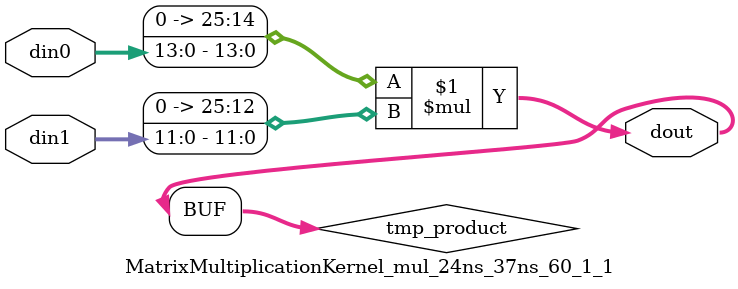
<source format=v>

`timescale 1 ns / 1 ps

 module MatrixMultiplicationKernel_mul_24ns_37ns_60_1_1(din0, din1, dout);
parameter ID = 1;
parameter NUM_STAGE = 0;
parameter din0_WIDTH = 14;
parameter din1_WIDTH = 12;
parameter dout_WIDTH = 26;

input [din0_WIDTH - 1 : 0] din0; 
input [din1_WIDTH - 1 : 0] din1; 
output [dout_WIDTH - 1 : 0] dout;

wire signed [dout_WIDTH - 1 : 0] tmp_product;
























assign tmp_product = $signed({1'b0, din0}) * $signed({1'b0, din1});











assign dout = tmp_product;





















endmodule

</source>
